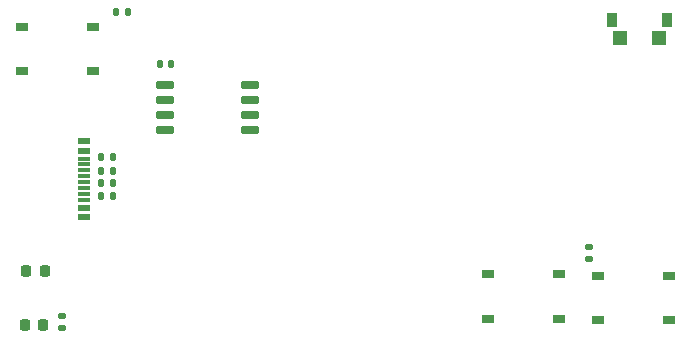
<source format=gbr>
%TF.GenerationSoftware,KiCad,Pcbnew,7.0.6*%
%TF.CreationDate,2024-06-03T18:18:50-04:00*%
%TF.ProjectId,V3,56332e6b-6963-4616-945f-706362585858,rev?*%
%TF.SameCoordinates,Original*%
%TF.FileFunction,Paste,Bot*%
%TF.FilePolarity,Positive*%
%FSLAX46Y46*%
G04 Gerber Fmt 4.6, Leading zero omitted, Abs format (unit mm)*
G04 Created by KiCad (PCBNEW 7.0.6) date 2024-06-03 18:18:50*
%MOMM*%
%LPD*%
G01*
G04 APERTURE LIST*
G04 Aperture macros list*
%AMRoundRect*
0 Rectangle with rounded corners*
0 $1 Rounding radius*
0 $2 $3 $4 $5 $6 $7 $8 $9 X,Y pos of 4 corners*
0 Add a 4 corners polygon primitive as box body*
4,1,4,$2,$3,$4,$5,$6,$7,$8,$9,$2,$3,0*
0 Add four circle primitives for the rounded corners*
1,1,$1+$1,$2,$3*
1,1,$1+$1,$4,$5*
1,1,$1+$1,$6,$7*
1,1,$1+$1,$8,$9*
0 Add four rect primitives between the rounded corners*
20,1,$1+$1,$2,$3,$4,$5,0*
20,1,$1+$1,$4,$5,$6,$7,0*
20,1,$1+$1,$6,$7,$8,$9,0*
20,1,$1+$1,$8,$9,$2,$3,0*%
G04 Aperture macros list end*
%ADD10R,1.000000X0.750000*%
%ADD11RoundRect,0.135000X0.135000X0.185000X-0.135000X0.185000X-0.135000X-0.185000X0.135000X-0.185000X0*%
%ADD12RoundRect,0.135000X-0.135000X-0.185000X0.135000X-0.185000X0.135000X0.185000X-0.135000X0.185000X0*%
%ADD13R,1.100000X0.550000*%
%ADD14R,1.100000X0.300000*%
%ADD15RoundRect,0.218750X-0.218750X-0.256250X0.218750X-0.256250X0.218750X0.256250X-0.218750X0.256250X0*%
%ADD16RoundRect,0.140000X-0.140000X-0.170000X0.140000X-0.170000X0.140000X0.170000X-0.140000X0.170000X0*%
%ADD17RoundRect,0.150000X0.650000X0.150000X-0.650000X0.150000X-0.650000X-0.150000X0.650000X-0.150000X0*%
%ADD18RoundRect,0.135000X-0.185000X0.135000X-0.185000X-0.135000X0.185000X-0.135000X0.185000X0.135000X0*%
%ADD19R,0.900000X1.200000*%
%ADD20R,1.200000X1.300000*%
G04 APERTURE END LIST*
D10*
%TO.C,S6*%
X103101400Y-130865400D03*
X97101400Y-130865400D03*
X103101400Y-134615400D03*
X97101400Y-134615400D03*
%TD*%
%TO.C,S3*%
X142547600Y-151795000D03*
X136547600Y-151795000D03*
X142547600Y-155545000D03*
X136547600Y-155545000D03*
%TD*%
%TO.C,S2*%
X151869400Y-151896600D03*
X145869400Y-151896600D03*
X151869400Y-155646600D03*
X145869400Y-155646600D03*
%TD*%
D11*
%TO.C,R13*%
X104802400Y-144094200D03*
X103782400Y-144094200D03*
%TD*%
D12*
%TO.C,R3*%
X103731600Y-141833600D03*
X104751600Y-141833600D03*
%TD*%
%TO.C,R1*%
X103782400Y-145135600D03*
X104802400Y-145135600D03*
%TD*%
D13*
%TO.C,USB1*%
X102293900Y-146938600D03*
X102293900Y-146138600D03*
D14*
X102293900Y-145488600D03*
X102293900Y-144988600D03*
X102293900Y-144488600D03*
X102293900Y-143988600D03*
X102293900Y-143488600D03*
X102293900Y-142988600D03*
X102293900Y-142488600D03*
X102293900Y-141988600D03*
D13*
X102293900Y-141338600D03*
X102293900Y-140538600D03*
%TD*%
D11*
%TO.C,R11*%
X104802400Y-143052800D03*
X103782400Y-143052800D03*
%TD*%
D15*
%TO.C,D1*%
X97434300Y-151485600D03*
X99009300Y-151485600D03*
%TD*%
D16*
%TO.C,C13*%
X108740000Y-134010400D03*
X109700000Y-134010400D03*
%TD*%
D17*
%TO.C,U4*%
X116350600Y-135788400D03*
X116350600Y-137058400D03*
X116350600Y-138328400D03*
X116350600Y-139598400D03*
X109150600Y-139598400D03*
X109150600Y-138328400D03*
X109150600Y-137058400D03*
X109150600Y-135788400D03*
%TD*%
D18*
%TO.C,R21*%
X100482400Y-155293600D03*
X100482400Y-156313600D03*
%TD*%
%TO.C,R7*%
X145110200Y-149453600D03*
X145110200Y-150473600D03*
%TD*%
D12*
%TO.C,R16*%
X105052400Y-129540000D03*
X106072400Y-129540000D03*
%TD*%
D19*
%TO.C,SW1*%
X151638000Y-130225800D03*
X147038000Y-130225800D03*
D20*
X151008000Y-131765800D03*
X147658000Y-131765800D03*
%TD*%
D15*
%TO.C,D2*%
X97307200Y-156083000D03*
X98882200Y-156083000D03*
%TD*%
M02*

</source>
